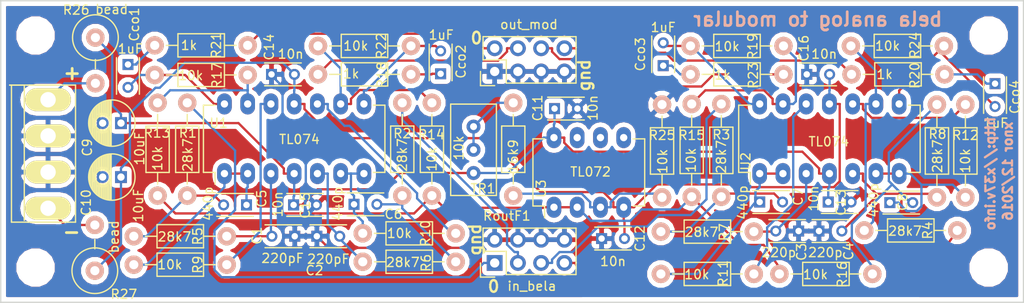
<source format=kicad_pcb>
(kicad_pcb (version 4) (host pcbnew 4.0.4+e1-6308~48~ubuntu16.04.1-stable)
  (layers (0 F.Cu signal hide) (31 B.Cu signal hide) (34 B.Paste user) (35 F.Paste user) (36 B.SilkS user) (37 F.SilkS user) (38 B.Mask user) (39 F.Mask user) (44 Edge.Cuts user))
  (net 0 "")
  (net 1 GND)
  (net 2 "Net-(C1-Pad2)")
  (net 3 "Net-(C2-Pad2)")
  (net 4 "Net-(C3-Pad2)")
  (net 5 "Net-(C4-Pad2)")
  (net 6 "Net-(C5-Pad1)")
  (net 7 "Net-(C5-Pad2)")
  (net 8 "Net-(C6-Pad1)")
  (net 9 "Net-(C6-Pad2)")
  (net 10 "Net-(C7-Pad1)")
  (net 11 "Net-(C7-Pad2)")
  (net 12 "Net-(C8-Pad1)")
  (net 13 "Net-(C8-Pad2)")
  (net 14 VCC)
  (net 15 VSS)
  (net 16 "Net-(Cco1-Pad1)")
  (net 17 "Net-(Cco1-Pad2)")
  (net 18 "Net-(Cco2-Pad1)")
  (net 19 "Net-(Cco2-Pad2)")
  (net 20 "Net-(Cco3-Pad1)")
  (net 21 "Net-(Cco3-Pad2)")
  (net 22 "Net-(Cco4-Pad1)")
  (net 23 "Net-(Cco4-Pad2)")
  (net 24 bela_aout0)
  (net 25 bela_aout1)
  (net 26 bela_aout2)
  (net 27 bela_aout3)
  (net 28 "Net-(P2-Pad1)")
  (net 29 "Net-(P2-Pad4)")
  (net 30 modular_aout0)
  (net 31 modular_aout1)
  (net 32 modular_aout2)
  (net 33 modular_aout3)
  (net 34 "Net-(R9-Pad1)")
  (net 35 "Net-(R10-Pad1)")
  (net 36 "Net-(R11-Pad1)")
  (net 37 "Net-(R12-Pad1)")
  (net 38 outputoffset)
  (net 39 "Net-(R13-Pad2)")
  (net 40 "Net-(R14-Pad2)")
  (net 41 "Net-(R15-Pad2)")
  (net 42 "Net-(R16-Pad2)")
  (net 43 "Net-(R25-Pad1)")
  (net 44 "Net-(RoutF1-Pad1)")
  (module Capacitors_ThroughHole:C_Rect_L4_W2.5_P2.5 (layer F.Cu) (at 133.731 94.361 180)
    (fp_text reference C1 (at 4.1275 0.0635 270) (layer F.SilkS))
    (fp_text value 220pF (at 1.3335 -2.413 180) (layer F.SilkS))
    (pad 1 thru_hole rect (at 0 0 180) (size 1.2 1.2) (drill 0.7) (layers *.Cu *.Mask) (net 1 GND))
    (pad 2 thru_hole circle (at 2.5 0 180) (size 1.2 1.2) (drill 0.7) (layers *.Cu *.Mask) (net 2 "Net-(C1-Pad2)"))
  )
  (module Capacitors_ThroughHole:C_Rect_L4_W2.5_P2.5 (layer F.Cu) (at 136.144 94.361)
    (fp_text reference C2 (at -0.254 3.7465 180) (layer F.SilkS))
    (fp_text value 220pF (at 1.25 2.5) (layer F.SilkS))
    (pad 1 thru_hole rect (at 0 0) (size 1.2 1.2) (drill 0.7) (layers *.Cu *.Mask) (net 1 GND))
    (pad 2 thru_hole circle (at 2.5 0) (size 1.2 1.2) (drill 0.7) (layers *.Cu *.Mask) (net 3 "Net-(C2-Pad2)"))
  )
  (module Capacitors_ThroughHole:C_Rect_L4_W2.5_P2.5 (layer F.Cu) (at 188.786 93.7895 180)
    (fp_text reference C3 (at -0.317 -2.286 270) (layer F.SilkS))
    (fp_text value 220p (at 2.1595 -2.3495 180) (layer F.SilkS))
    (pad 1 thru_hole rect (at 0 0 180) (size 1.2 1.2) (drill 0.7) (layers *.Cu *.Mask) (net 1 GND))
    (pad 2 thru_hole circle (at 2.5 0 180) (size 1.2 1.2) (drill 0.7) (layers *.Cu *.Mask) (net 4 "Net-(C3-Pad2)"))
  )
  (module Capacitors_ThroughHole:C_Rect_L4_W2.5_P2.5 (layer F.Cu) (at 191.008 93.7895)
    (fp_text reference C4 (at 3.2385 2.2225 90) (layer F.SilkS))
    (fp_text value 220p (at 0.6985 2.3495) (layer F.SilkS))
    (pad 1 thru_hole rect (at 0 0) (size 1.2 1.2) (drill 0.7) (layers *.Cu *.Mask) (net 1 GND))
    (pad 2 thru_hole circle (at 2.5 0) (size 1.2 1.2) (drill 0.7) (layers *.Cu *.Mask) (net 5 "Net-(C4-Pad2)"))
  )
  (module Capacitors_ThroughHole:C_Rect_L4_W2.5_P2.5 (layer F.Cu) (at 128.46 90.932 180)
    (fp_text reference C5 (at -1.6515 0.6985 270) (layer F.SilkS))
    (fp_text value 440p (at 4.1905 0.127 270) (layer F.SilkS))
    (pad 1 thru_hole rect (at 0 0 180) (size 1.2 1.2) (drill 0.7) (layers *.Cu *.Mask) (net 6 "Net-(C5-Pad1)"))
    (pad 2 thru_hole circle (at 2.5 0 180) (size 1.2 1.2) (drill 0.7) (layers *.Cu *.Mask) (net 7 "Net-(C5-Pad2)"))
  )
  (module Capacitors_ThroughHole:C_Rect_L4_W2.5_P2.5 (layer F.Cu) (at 140.208 90.8685)
    (fp_text reference C6 (at 4.318 1.0795) (layer F.SilkS))
    (fp_text value 440p (at -1.778 -0.0635 90) (layer F.SilkS))
    (pad 1 thru_hole rect (at 0 0) (size 1.2 1.2) (drill 0.7) (layers *.Cu *.Mask) (net 8 "Net-(C6-Pad1)"))
    (pad 2 thru_hole circle (at 2.5 0) (size 1.2 1.2) (drill 0.7) (layers *.Cu *.Mask) (net 9 "Net-(C6-Pad2)"))
  )
  (module Capacitors_ThroughHole:C_Rect_L4_W2.5_P2.5 (layer F.Cu) (at 184.531 90.6145)
    (fp_text reference C7 (at 4.191 -0.5715 90) (layer F.SilkS))
    (fp_text value 440p (at -1.8415 0.0635 90) (layer F.SilkS))
    (pad 1 thru_hole rect (at 0 0) (size 1.2 1.2) (drill 0.7) (layers *.Cu *.Mask) (net 10 "Net-(C7-Pad1)"))
    (pad 2 thru_hole circle (at 2.5 0) (size 1.2 1.2) (drill 0.7) (layers *.Cu *.Mask) (net 11 "Net-(C7-Pad2)"))
  )
  (module Capacitors_ThroughHole:C_Rect_L4_W2.5_P2.5 (layer F.Cu) (at 198.755 90.678)
    (fp_text reference C8 (at 1.397 -0.0635 90) (layer F.SilkS))
    (fp_text value 440p (at -1.778 -0.254 90) (layer F.SilkS))
    (pad 1 thru_hole rect (at 0 0) (size 1.2 1.2) (drill 0.7) (layers *.Cu *.Mask) (net 12 "Net-(C8-Pad1)"))
    (pad 2 thru_hole circle (at 2.5 0) (size 1.2 1.2) (drill 0.7) (layers *.Cu *.Mask) (net 13 "Net-(C8-Pad2)"))
  )
  (module Capacitors_ThroughHole:C_Radial_D5_L11_P2 (layer F.Cu) (at 114.744 81.9785 180)
    (fp_text reference C9 (at 3.6825 -2.667 270) (layer F.SilkS))
    (fp_text value 10uF (at -2.0325 -2.794 270) (layer F.SilkS))
    (pad 1 thru_hole rect (at 0 0 180) (size 1.3 1.3) (drill 0.8) (layers *.Cu *.Mask) (net 14 VCC))
    (pad 2 thru_hole circle (at 2 0 180) (size 1.3 1.3) (drill 0.8) (layers *.Cu *.Mask) (net 1 GND))
  )
  (module Capacitors_ThroughHole:C_Radial_D5_L11_P2 (layer F.Cu) (at 114.744 87.884 180)
    (fp_text reference C10 (at 3.8095 -2.794 270) (layer F.SilkS))
    (fp_text value 10uF (at -1.9055 -3.1115 270) (layer F.SilkS))
    (pad 1 thru_hole rect (at 0 0 180) (size 1.3 1.3) (drill 0.8) (layers *.Cu *.Mask) (net 15 VSS))
    (pad 2 thru_hole circle (at 2 0 180) (size 1.3 1.3) (drill 0.8) (layers *.Cu *.Mask) (net 1 GND))
  )
  (module Capacitors_ThroughHole:C_Rect_L4_W2.5_P2.5 (layer F.Cu) (at 162.116 80.391)
    (fp_text reference C11 (at -1.842 -0.0635 90) (layer F.SilkS))
    (fp_text value 10n (at 4.1905 -0.0635 90) (layer F.SilkS))
    (pad 1 thru_hole rect (at 0 0) (size 1.2 1.2) (drill 0.7) (layers *.Cu *.Mask) (net 14 VCC))
    (pad 2 thru_hole circle (at 2.5 0) (size 1.2 1.2) (drill 0.7) (layers *.Cu *.Mask) (net 1 GND))
  )
  (module Capacitors_ThroughHole:C_Rect_L4_W2.5_P2.5 (layer F.Cu) (at 167.259 94.615)
    (fp_text reference C12 (at 4.191 0 90) (layer F.SilkS))
    (fp_text value 10n (at 1.25 2.5) (layer F.SilkS))
    (pad 1 thru_hole rect (at 0 0) (size 1.2 1.2) (drill 0.7) (layers *.Cu *.Mask) (net 1 GND))
    (pad 2 thru_hole circle (at 2.5 0) (size 1.2 1.2) (drill 0.7) (layers *.Cu *.Mask) (net 15 VSS))
  )
  (module Capacitors_ThroughHole:C_Rect_L4_W2.5_P2.5 (layer F.Cu) (at 192.024 90.6145)
    (fp_text reference C13 (at 1.397 0.0635 90) (layer F.SilkS))
    (fp_text value 10n (at -1.5875 -0.381 90) (layer F.SilkS))
    (pad 1 thru_hole rect (at 0 0) (size 1.2 1.2) (drill 0.7) (layers *.Cu *.Mask) (net 14 VCC))
    (pad 2 thru_hole circle (at 2.5 0) (size 1.2 1.2) (drill 0.7) (layers *.Cu *.Mask) (net 1 GND))
  )
  (module Capacitors_ThroughHole:C_Rect_L4_W2.5_P2.5 (layer F.Cu) (at 131.191 76.6445)
    (fp_text reference C14 (at -0.254 -2.9845 90) (layer F.SilkS))
    (fp_text value 10n (at 2.0955 -2.2225 180) (layer F.SilkS))
    (pad 1 thru_hole rect (at 0 0) (size 1.2 1.2) (drill 0.7) (layers *.Cu *.Mask) (net 1 GND))
    (pad 2 thru_hole circle (at 2.5 0) (size 1.2 1.2) (drill 0.7) (layers *.Cu *.Mask) (net 15 VSS))
  )
  (module Capacitors_ThroughHole:C_Rect_L4_W2.5_P2.5 (layer F.Cu) (at 133.604 90.932)
    (fp_text reference C15 (at 1.27 0.0635 90) (layer F.SilkS))
    (fp_text value 10n (at -1.7145 -0.0635 90) (layer F.SilkS))
    (pad 1 thru_hole rect (at 0 0) (size 1.2 1.2) (drill 0.7) (layers *.Cu *.Mask) (net 14 VCC))
    (pad 2 thru_hole circle (at 2.5 0) (size 1.2 1.2) (drill 0.7) (layers *.Cu *.Mask) (net 1 GND))
  )
  (module Capacitors_ThroughHole:C_Rect_L4_W2.5_P2.5 (layer F.Cu) (at 189.674 76.6445)
    (fp_text reference C16 (at -0.317 -2.8575 90) (layer F.SilkS))
    (fp_text value 10n (at 1.9055 -2.2225) (layer F.SilkS))
    (pad 1 thru_hole rect (at 0 0) (size 1.2 1.2) (drill 0.7) (layers *.Cu *.Mask) (net 1 GND))
    (pad 2 thru_hole circle (at 2.5 0) (size 1.2 1.2) (drill 0.7) (layers *.Cu *.Mask) (net 15 VSS))
  )
  (module Capacitors_ThroughHole:C_Rect_L4_W2.5_P2.5 (layer F.Cu) (at 115.506 75.565 270)
    (fp_text reference Cco1 (at -4.3815 -0.699 270) (layer F.SilkS))
    (fp_text value 1uF (at -1.7145 -0.2545 360) (layer F.SilkS))
    (pad 1 thru_hole rect (at 0 0 270) (size 1.2 1.2) (drill 0.7) (layers *.Cu *.Mask) (net 16 "Net-(Cco1-Pad1)"))
    (pad 2 thru_hole circle (at 2.5 0 270) (size 1.2 1.2) (drill 0.7) (layers *.Cu *.Mask) (net 17 "Net-(Cco1-Pad2)"))
  )
  (module Capacitors_ThroughHole:C_Rect_L4_W2.5_P2.5 (layer F.Cu) (at 149.67 76.581 90)
    (fp_text reference Cco2 (at 1.3335 2.222 90) (layer F.SilkS))
    (fp_text value 1uF (at 4.2545 0.063 180) (layer F.SilkS))
    (pad 1 thru_hole rect (at 0 0 90) (size 1.2 1.2) (drill 0.7) (layers *.Cu *.Mask) (net 18 "Net-(Cco2-Pad1)"))
    (pad 2 thru_hole circle (at 2.5 0 90) (size 1.2 1.2) (drill 0.7) (layers *.Cu *.Mask) (net 19 "Net-(Cco2-Pad2)"))
  )
  (module Capacitors_ThroughHole:C_Rect_L4_W2.5_P2.5 (layer F.Cu) (at 173.99 75.692 90)
    (fp_text reference Cco3 (at 1.25 -2.5 90) (layer F.SilkS))
    (fp_text value 1uF (at 4.191 0 180) (layer F.SilkS))
    (pad 1 thru_hole rect (at 0 0 90) (size 1.2 1.2) (drill 0.7) (layers *.Cu *.Mask) (net 20 "Net-(Cco3-Pad1)"))
    (pad 2 thru_hole circle (at 2.5 0 90) (size 1.2 1.2) (drill 0.7) (layers *.Cu *.Mask) (net 21 "Net-(Cco3-Pad2)"))
  )
  (module Capacitors_ThroughHole:C_Rect_L4_W2.5_P2.5 (layer F.Cu) (at 210.248 77.6605 270)
    (fp_text reference Cco4 (at 1.4605 -2.1595 270) (layer F.SilkS))
    (fp_text value 1uF (at 4.318 -0.064 360) (layer F.SilkS))
    (pad 1 thru_hole rect (at 0 0 270) (size 1.2 1.2) (drill 0.7) (layers *.Cu *.Mask) (net 22 "Net-(Cco4-Pad1)"))
    (pad 2 thru_hole circle (at 2.5 0 270) (size 1.2 1.2) (drill 0.7) (layers *.Cu *.Mask) (net 23 "Net-(Cco4-Pad2)"))
  )
  (module Pin_Headers:Pin_Header_Straight_2x04 (layer F.Cu) (at 155.575 97.282 90)
    (fp_text reference P1 hide)
    (fp_text value in_bela (at -2.54 4.064 180) (layer F.SilkS))
    (pad 1 thru_hole rect (at 0 0 90) (size 1.7272 1.7272) (drill 1.016) (layers *.Cu *.Mask) (net 24 bela_aout0))
    (pad 2 thru_hole oval (at 2.54 0 90) (size 1.7272 1.7272) (drill 1.016) (layers *.Cu *.Mask) (net 1 GND))
    (pad 3 thru_hole oval (at 0 2.54 90) (size 1.7272 1.7272) (drill 1.016) (layers *.Cu *.Mask) (net 25 bela_aout1))
    (pad 4 thru_hole oval (at 2.54 2.54 90) (size 1.7272 1.7272) (drill 1.016) (layers *.Cu *.Mask) (net 1 GND))
    (pad 5 thru_hole oval (at 0 5.08 90) (size 1.7272 1.7272) (drill 1.016) (layers *.Cu *.Mask) (net 26 bela_aout2))
    (pad 6 thru_hole oval (at 2.54 5.08 90) (size 1.7272 1.7272) (drill 1.016) (layers *.Cu *.Mask) (net 1 GND))
    (pad 7 thru_hole oval (at 0 7.62 90) (size 1.7272 1.7272) (drill 1.016) (layers *.Cu *.Mask) (net 27 bela_aout3))
    (pad 8 thru_hole oval (at 2.54 7.62 90) (size 1.7272 1.7272) (drill 1.016) (layers *.Cu *.Mask) (net 1 GND))
  )
  (module mta-156:MTA-156-4 (layer F.Cu) (at 106.778 79.4175)
    (fp_text reference P2 hide)
    (fp_text value MTA-156-4 hide)
    (pad 1 thru_hole oval (at 0 0) (size 5 2.5) (drill 1.68) (layers *.Cu *.Mask F.SilkS) (net 28 "Net-(P2-Pad1)"))
    (pad 2 thru_hole oval (at 0 3.96) (size 5 2.5) (drill 1.68) (layers *.Cu *.Mask F.SilkS) (net 1 GND))
    (pad 3 thru_hole oval (at 0 7.92) (size 5 2.5) (drill 1.68) (layers *.Cu *.Mask F.SilkS) (net 1 GND))
    (pad 4 thru_hole oval (at 0 11.88) (size 5 2.5) (drill 1.68) (layers *.Cu *.Mask F.SilkS) (net 29 "Net-(P2-Pad4)"))
  )
  (module Pin_Headers:Pin_Header_Straight_2x04 (layer F.Cu) (at 155.575 76.327 90)
    (fp_text reference P3 hide)
    (fp_text value out_mod (at 5.1435 3.7465 180) (layer F.SilkS))
    (pad 1 thru_hole rect (at 0 0 90) (size 1.7272 1.7272) (drill 1.016) (layers *.Cu *.Mask) (net 1 GND))
    (pad 2 thru_hole oval (at 2.54 0 90) (size 1.7272 1.7272) (drill 1.016) (layers *.Cu *.Mask) (net 30 modular_aout0))
    (pad 3 thru_hole oval (at 0 2.54 90) (size 1.7272 1.7272) (drill 1.016) (layers *.Cu *.Mask) (net 1 GND))
    (pad 4 thru_hole oval (at 2.54 2.54 90) (size 1.7272 1.7272) (drill 1.016) (layers *.Cu *.Mask) (net 31 modular_aout1))
    (pad 5 thru_hole oval (at 0 5.08 90) (size 1.7272 1.7272) (drill 1.016) (layers *.Cu *.Mask) (net 1 GND))
    (pad 6 thru_hole oval (at 2.54 5.08 90) (size 1.7272 1.7272) (drill 1.016) (layers *.Cu *.Mask) (net 32 modular_aout2))
    (pad 7 thru_hole oval (at 0 7.62 90) (size 1.7272 1.7272) (drill 1.016) (layers *.Cu *.Mask) (net 1 GND))
    (pad 8 thru_hole oval (at 2.54 7.62 90) (size 1.7272 1.7272) (drill 1.016) (layers *.Cu *.Mask) (net 33 modular_aout3))
  )
  (module trim:trimmer (layer F.Cu) (at 155.766 84.8995 90)
    (fp_text reference TR1 (at -4.2545 -1.461 180) (layer F.SilkS))
    (fp_text value 10k (at 0.2 -4.1 90) (layer F.SilkS))
    (pad 1 thru_hole circle (at -2.54 -2.5 90) (size 1.524 1.524) (drill 0.762) (layers *.Cu *.Mask) (net 14 VCC))
    (pad 2 thru_hole circle (at 0 -2.5 90) (size 1.524 1.524) (drill 0.762) (layers *.Cu *.Mask) (net 44 "Net-(RoutF1-Pad1)"))
    (pad 3 thru_hole circle (at 2.54 -2.5 90) (size 1.524 1.524) (drill 0.762) (layers *.Cu *.Mask) (net 44 "Net-(RoutF1-Pad1)"))
  )
  (module Housings_DIP:DIP-14_W7.62mm_LongPads (layer F.Cu) (at 126.048 87.503 90)
    (fp_text reference U1 (at 5.5245 -0.6355 180) (layer F.SilkS))
    (fp_text value TL074 (at 3.7465 8.191 180) (layer F.SilkS))
    (pad 1 thru_hole oval (at 0 0 90) (size 2.3 1.6) (drill 0.8) (layers *.Cu *.Mask) (net 6 "Net-(C5-Pad1)"))
    (pad 2 thru_hole oval (at 0 2.54 90) (size 2.3 1.6) (drill 0.8) (layers *.Cu *.Mask) (net 6 "Net-(C5-Pad1)"))
    (pad 3 thru_hole oval (at 0 5.08 90) (size 2.3 1.6) (drill 0.8) (layers *.Cu *.Mask) (net 2 "Net-(C1-Pad2)"))
    (pad 4 thru_hole oval (at 0 7.62 90) (size 2.3 1.6) (drill 0.8) (layers *.Cu *.Mask) (net 14 VCC))
    (pad 5 thru_hole oval (at 0 10.16 90) (size 2.3 1.6) (drill 0.8) (layers *.Cu *.Mask) (net 3 "Net-(C2-Pad2)"))
    (pad 6 thru_hole oval (at 0 12.7 90) (size 2.3 1.6) (drill 0.8) (layers *.Cu *.Mask) (net 8 "Net-(C6-Pad1)"))
    (pad 7 thru_hole oval (at 0 15.24 90) (size 2.3 1.6) (drill 0.8) (layers *.Cu *.Mask) (net 8 "Net-(C6-Pad1)"))
    (pad 8 thru_hole oval (at 7.62 15.24 90) (size 2.3 1.6) (drill 0.8) (layers *.Cu *.Mask) (net 19 "Net-(Cco2-Pad2)"))
    (pad 9 thru_hole oval (at 7.62 12.7 90) (size 2.3 1.6) (drill 0.8) (layers *.Cu *.Mask) (net 40 "Net-(R14-Pad2)"))
    (pad 10 thru_hole oval (at 7.62 10.16 90) (size 2.3 1.6) (drill 0.8) (layers *.Cu *.Mask) (net 35 "Net-(R10-Pad1)"))
    (pad 11 thru_hole oval (at 7.62 7.62 90) (size 2.3 1.6) (drill 0.8) (layers *.Cu *.Mask) (net 15 VSS))
    (pad 12 thru_hole oval (at 7.62 5.08 90) (size 2.3 1.6) (drill 0.8) (layers *.Cu *.Mask) (net 34 "Net-(R9-Pad1)"))
    (pad 13 thru_hole oval (at 7.62 2.54 90) (size 2.3 1.6) (drill 0.8) (layers *.Cu *.Mask) (net 39 "Net-(R13-Pad2)"))
    (pad 14 thru_hole oval (at 7.62 0 90) (size 2.3 1.6) (drill 0.8) (layers *.Cu *.Mask) (net 17 "Net-(Cco1-Pad2)"))
  )
  (module Housings_DIP:DIP-14_W7.62mm_LongPads (layer F.Cu) (at 184.531 87.503 90)
    (fp_text reference U2 (at 1.3335 -1.524 90) (layer F.SilkS))
    (fp_text value TL074 (at 3.4925 7.5565 180) (layer F.SilkS))
    (pad 1 thru_hole oval (at 0 0 90) (size 2.3 1.6) (drill 0.8) (layers *.Cu *.Mask) (net 10 "Net-(C7-Pad1)"))
    (pad 2 thru_hole oval (at 0 2.54 90) (size 2.3 1.6) (drill 0.8) (layers *.Cu *.Mask) (net 10 "Net-(C7-Pad1)"))
    (pad 3 thru_hole oval (at 0 5.08 90) (size 2.3 1.6) (drill 0.8) (layers *.Cu *.Mask) (net 4 "Net-(C3-Pad2)"))
    (pad 4 thru_hole oval (at 0 7.62 90) (size 2.3 1.6) (drill 0.8) (layers *.Cu *.Mask) (net 14 VCC))
    (pad 5 thru_hole oval (at 0 10.16 90) (size 2.3 1.6) (drill 0.8) (layers *.Cu *.Mask) (net 5 "Net-(C4-Pad2)"))
    (pad 6 thru_hole oval (at 0 12.7 90) (size 2.3 1.6) (drill 0.8) (layers *.Cu *.Mask) (net 12 "Net-(C8-Pad1)"))
    (pad 7 thru_hole oval (at 0 15.24 90) (size 2.3 1.6) (drill 0.8) (layers *.Cu *.Mask) (net 12 "Net-(C8-Pad1)"))
    (pad 8 thru_hole oval (at 7.62 15.24 90) (size 2.3 1.6) (drill 0.8) (layers *.Cu *.Mask) (net 23 "Net-(Cco4-Pad2)"))
    (pad 9 thru_hole oval (at 7.62 12.7 90) (size 2.3 1.6) (drill 0.8) (layers *.Cu *.Mask) (net 42 "Net-(R16-Pad2)"))
    (pad 10 thru_hole oval (at 7.62 10.16 90) (size 2.3 1.6) (drill 0.8) (layers *.Cu *.Mask) (net 37 "Net-(R12-Pad1)"))
    (pad 11 thru_hole oval (at 7.62 7.62 90) (size 2.3 1.6) (drill 0.8) (layers *.Cu *.Mask) (net 15 VSS))
    (pad 12 thru_hole oval (at 7.62 5.08 90) (size 2.3 1.6) (drill 0.8) (layers *.Cu *.Mask) (net 36 "Net-(R11-Pad1)"))
    (pad 13 thru_hole oval (at 7.62 2.54 90) (size 2.3 1.6) (drill 0.8) (layers *.Cu *.Mask) (net 41 "Net-(R15-Pad2)"))
    (pad 14 thru_hole oval (at 7.62 0 90) (size 2.3 1.6) (drill 0.8) (layers *.Cu *.Mask) (net 21 "Net-(Cco3-Pad2)"))
  )
  (module Housings_DIP:DIP-8_W7.62mm_LongPads (layer F.Cu) (at 162.052 91.186 90)
    (fp_text reference U3 (at 2.032 -1.397 90) (layer F.SilkS))
    (fp_text value TL072 (at 3.8735 4.0005 180) (layer F.SilkS))
    (pad 1 thru_hole oval (at 0 0 90) (size 2.3 1.6) (drill 0.8) (layers *.Cu *.Mask) (net 38 outputoffset))
    (pad 2 thru_hole oval (at 0 2.54 90) (size 2.3 1.6) (drill 0.8) (layers *.Cu *.Mask) (net 38 outputoffset))
    (pad 3 thru_hole oval (at 0 5.08 90) (size 2.3 1.6) (drill 0.8) (layers *.Cu *.Mask) (net 43 "Net-(R25-Pad1)"))
    (pad 4 thru_hole oval (at 0 7.62 90) (size 2.3 1.6) (drill 0.8) (layers *.Cu *.Mask) (net 15 VSS))
    (pad 5 thru_hole oval (at 7.62 7.62 90) (size 2.3 1.6) (drill 0.8) (layers *.Cu *.Mask))
    (pad 6 thru_hole oval (at 7.62 5.08 90) (size 2.3 1.6) (drill 0.8) (layers *.Cu *.Mask))
    (pad 7 thru_hole oval (at 7.62 2.54 90) (size 2.3 1.6) (drill 0.8) (layers *.Cu *.Mask))
    (pad 8 thru_hole oval (at 7.62 0 90) (size 2.3 1.6) (drill 0.8) (layers *.Cu *.Mask) (net 14 VCC))
  )
  (module Mounting_Holes:MountingHole_3.2mm_M3 (layer F.Cu) (at 209.55 72.39)
    (fp_text reference REF4 hide)
    (fp_text value MountingHole_3.2mm_M3 hide)
    (pad 1 np_thru_hole circle (at 0 0) (size 3.2 3.2) (drill 3.2) (layers *.Cu *.Mask))
  )
  (module Mounting_Holes:MountingHole_3.2mm_M3 (layer F.Cu) (at 209.55 97.79)
    (fp_text reference REF3 hide)
    (fp_text value MountingHole_3.2mm_M3 hide)
    (pad 1 np_thru_hole circle (at 0 0) (size 3.2 3.2) (drill 3.2) (layers *.Cu *.Mask))
  )
  (module Mounting_Holes:MountingHole_3.2mm_M3 (layer F.Cu) (at 105.41 72.39)
    (fp_text reference REF2 hide)
    (fp_text value MountingHole_3.2mm_M3 hide)
    (pad 1 np_thru_hole circle (at 0 0) (size 3.2 3.2) (drill 3.2) (layers *.Cu *.Mask))
  )
  (module Mounting_Holes:MountingHole_3.2mm_M3 (layer F.Cu) (at 105.41 97.79)
    (fp_text reference REF1 hide)
    (fp_text value MountingHole_3.2mm_M3 hide)
    (pad 1 np_thru_hole circle (at 0 0) (size 3.2 3.2) (drill 3.2) (layers *.Cu *.Mask))
  )
  (module Resistors_ThroughHole:Resistor_Horizontal_RM10mm (layer F.Cu) (at 121.984 89.916 90)
    (fp_text reference R1 (at 6.858 0.063 180) (layer F.SilkS))
    (fp_text value 28k7 (at 4.445 0.063 90) (layer F.SilkS))
    (pad 1 thru_hole circle (at 0 0 90) (size 1.99898 1.99898) (drill 1.00076) (layers *.Cu *.SilkS *.Mask) (net 7 "Net-(C5-Pad2)"))
    (pad 2 thru_hole circle (at 10.16 0 90) (size 1.99898 1.99898) (drill 1.00076) (layers *.Cu *.SilkS *.Mask) (net 24 bela_aout0))
  )
  (module Resistors_ThroughHole:Resistor_Horizontal_RM10mm (layer F.Cu) (at 145.478 89.916 90)
    (fp_text reference R2 (at 6.7945 0.0005 180) (layer F.SilkS))
    (fp_text value 28k7 (at 4.445 0.0005 90) (layer F.SilkS))
    (pad 1 thru_hole circle (at 0 0 90) (size 1.99898 1.99898) (drill 1.00076) (layers *.Cu *.SilkS *.Mask) (net 9 "Net-(C6-Pad2)"))
    (pad 2 thru_hole circle (at 10.16 0 90) (size 1.99898 1.99898) (drill 1.00076) (layers *.Cu *.SilkS *.Mask) (net 25 bela_aout1))
  )
  (module Resistors_ThroughHole:Resistor_Horizontal_RM10mm (layer F.Cu) (at 180.34 90.043 90)
    (fp_text reference R3 (at 6.7945 0 180) (layer F.SilkS))
    (fp_text value 28k7 (at 4.3815 0 90) (layer F.SilkS))
    (pad 1 thru_hole circle (at 0 0 90) (size 1.99898 1.99898) (drill 1.00076) (layers *.Cu *.SilkS *.Mask) (net 11 "Net-(C7-Pad2)"))
    (pad 2 thru_hole circle (at 10.16 0 90) (size 1.99898 1.99898) (drill 1.00076) (layers *.Cu *.SilkS *.Mask) (net 26 bela_aout2))
  )
  (module Resistors_ThroughHole:Resistor_Horizontal_RM10mm (layer F.Cu) (at 195.961 93.726)
    (fp_text reference R4 (at 6.9215 0 90) (layer F.SilkS))
    (fp_text value 28k7 (at 4.445 0.0635) (layer F.SilkS))
    (pad 1 thru_hole circle (at 0 0) (size 1.99898 1.99898) (drill 1.00076) (layers *.Cu *.SilkS *.Mask) (net 13 "Net-(C8-Pad2)"))
    (pad 2 thru_hole circle (at 10.16 0) (size 1.99898 1.99898) (drill 1.00076) (layers *.Cu *.SilkS *.Mask) (net 27 bela_aout3))
  )
  (module Resistors_ThroughHole:Resistor_Horizontal_RM10mm (layer F.Cu) (at 126.302 94.361 180)
    (fp_text reference R5 (at 3.1755 0 270) (layer F.SilkS))
    (fp_text value 28k7 (at 5.7155 -0.0635 180) (layer F.SilkS))
    (pad 1 thru_hole circle (at 0 0 180) (size 1.99898 1.99898) (drill 1.00076) (layers *.Cu *.SilkS *.Mask) (net 2 "Net-(C1-Pad2)"))
    (pad 2 thru_hole circle (at 10.16 0 180) (size 1.99898 1.99898) (drill 1.00076) (layers *.Cu *.SilkS *.Mask) (net 7 "Net-(C5-Pad2)"))
  )
  (module Resistors_ThroughHole:Resistor_Horizontal_RM10mm (layer F.Cu) (at 141.16 97.155)
    (fp_text reference R6 (at 6.922 0.127 90) (layer F.SilkS))
    (fp_text value 28k7 (at 4.382 0.0635) (layer F.SilkS))
    (pad 1 thru_hole circle (at 0 0) (size 1.99898 1.99898) (drill 1.00076) (layers *.Cu *.SilkS *.Mask) (net 3 "Net-(C2-Pad2)"))
    (pad 2 thru_hole circle (at 10.16 0) (size 1.99898 1.99898) (drill 1.00076) (layers *.Cu *.SilkS *.Mask) (net 9 "Net-(C6-Pad2)"))
  )
  (module Resistors_ThroughHole:Resistor_Horizontal_RM10mm (layer F.Cu) (at 183.896 93.853 180)
    (fp_text reference R7 (at 3.2385 -0.0635 270) (layer F.SilkS))
    (fp_text value 28k7 (at 5.715 -0.0635 180) (layer F.SilkS))
    (pad 1 thru_hole circle (at 0 0 180) (size 1.99898 1.99898) (drill 1.00076) (layers *.Cu *.SilkS *.Mask) (net 4 "Net-(C3-Pad2)"))
    (pad 2 thru_hole circle (at 10.16 0 180) (size 1.99898 1.99898) (drill 1.00076) (layers *.Cu *.SilkS *.Mask) (net 11 "Net-(C7-Pad2)"))
  )
  (module Resistors_ThroughHole:Resistor_Horizontal_RM10mm (layer F.Cu) (at 203.898 90.1065 90)
    (fp_text reference R8 (at 6.9215 0.064 180) (layer F.SilkS))
    (fp_text value 28k7 (at 4.5085 0.064 90) (layer F.SilkS))
    (pad 1 thru_hole circle (at 0 0 90) (size 1.99898 1.99898) (drill 1.00076) (layers *.Cu *.SilkS *.Mask) (net 5 "Net-(C4-Pad2)"))
    (pad 2 thru_hole circle (at 10.16 0 90) (size 1.99898 1.99898) (drill 1.00076) (layers *.Cu *.SilkS *.Mask) (net 13 "Net-(C8-Pad2)"))
  )
  (module Resistors_ThroughHole:Resistor_Horizontal_RM10mm (layer F.Cu) (at 126.302 97.4725 180)
    (fp_text reference R9 (at 3.1755 0 270) (layer F.SilkS))
    (fp_text value 10k (at 6.2235 0 180) (layer F.SilkS))
    (pad 1 thru_hole circle (at 0 0 180) (size 1.99898 1.99898) (drill 1.00076) (layers *.Cu *.SilkS *.Mask) (net 34 "Net-(R9-Pad1)"))
    (pad 2 thru_hole circle (at 10.16 0 180) (size 1.99898 1.99898) (drill 1.00076) (layers *.Cu *.SilkS *.Mask) (net 6 "Net-(C5-Pad1)"))
  )
  (module Resistors_ThroughHole:Resistor_Horizontal_RM10mm (layer F.Cu) (at 151.32 94.0435 180)
    (fp_text reference R10 (at 3.3015 0 270) (layer F.SilkS))
    (fp_text value 10k (at 6.159 0 180) (layer F.SilkS))
    (pad 1 thru_hole circle (at 0 0 180) (size 1.99898 1.99898) (drill 1.00076) (layers *.Cu *.SilkS *.Mask) (net 35 "Net-(R10-Pad1)"))
    (pad 2 thru_hole circle (at 10.16 0 180) (size 1.99898 1.99898) (drill 1.00076) (layers *.Cu *.SilkS *.Mask) (net 8 "Net-(C6-Pad1)"))
  )
  (module Resistors_ThroughHole:Resistor_Horizontal_RM10mm (layer F.Cu) (at 183.896 98.4885 180)
    (fp_text reference R11 (at 3.3655 0.0635 270) (layer F.SilkS))
    (fp_text value 10k (at 6.223 -0.0635 180) (layer F.SilkS))
    (pad 1 thru_hole circle (at 0 0 180) (size 1.99898 1.99898) (drill 1.00076) (layers *.Cu *.SilkS *.Mask) (net 36 "Net-(R11-Pad1)"))
    (pad 2 thru_hole circle (at 10.16 0 180) (size 1.99898 1.99898) (drill 1.00076) (layers *.Cu *.SilkS *.Mask) (net 10 "Net-(C7-Pad1)"))
  )
  (module Resistors_ThroughHole:Resistor_Horizontal_RM10mm (layer F.Cu) (at 207.01 79.9465 270)
    (fp_text reference R12 (at 3.3655 0 360) (layer F.SilkS))
    (fp_text value 10k (at 6.1595 0 270) (layer F.SilkS))
    (pad 1 thru_hole circle (at 0 0 270) (size 1.99898 1.99898) (drill 1.00076) (layers *.Cu *.SilkS *.Mask) (net 37 "Net-(R12-Pad1)"))
    (pad 2 thru_hole circle (at 10.16 0 270) (size 1.99898 1.99898) (drill 1.00076) (layers *.Cu *.SilkS *.Mask) (net 12 "Net-(C8-Pad1)"))
  )
  (module Resistors_ThroughHole:Resistor_Horizontal_RM10mm (layer F.Cu) (at 118.745 89.916 90)
    (fp_text reference R13 (at 6.858 -0.0635 180) (layer F.SilkS))
    (fp_text value 10k (at 4.064 0 90) (layer F.SilkS))
    (pad 1 thru_hole circle (at 0 0 90) (size 1.99898 1.99898) (drill 1.00076) (layers *.Cu *.SilkS *.Mask) (net 38 outputoffset))
    (pad 2 thru_hole circle (at 10.16 0 90) (size 1.99898 1.99898) (drill 1.00076) (layers *.Cu *.SilkS *.Mask) (net 39 "Net-(R13-Pad2)"))
  )
  (module Resistors_ThroughHole:Resistor_Horizontal_RM10mm (layer F.Cu) (at 148.717 89.916 90)
    (fp_text reference R14 (at 6.6675 -0.0635 180) (layer F.SilkS))
    (fp_text value 10k (at 4.0005 0 90) (layer F.SilkS))
    (pad 1 thru_hole circle (at 0 0 90) (size 1.99898 1.99898) (drill 1.00076) (layers *.Cu *.SilkS *.Mask) (net 38 outputoffset))
    (pad 2 thru_hole circle (at 10.16 0 90) (size 1.99898 1.99898) (drill 1.00076) (layers *.Cu *.SilkS *.Mask) (net 40 "Net-(R14-Pad2)"))
  )
  (module Resistors_ThroughHole:Resistor_Horizontal_RM10mm (layer F.Cu) (at 177.102 90.043 90)
    (fp_text reference R15 (at 6.731 -0.0005 180) (layer F.SilkS))
    (fp_text value 10k (at 4.0005 -0.064 90) (layer F.SilkS))
    (pad 1 thru_hole circle (at 0 0 90) (size 1.99898 1.99898) (drill 1.00076) (layers *.Cu *.SilkS *.Mask) (net 38 outputoffset))
    (pad 2 thru_hole circle (at 10.16 0 90) (size 1.99898 1.99898) (drill 1.00076) (layers *.Cu *.SilkS *.Mask) (net 41 "Net-(R15-Pad2)"))
  )
  (module Resistors_ThroughHole:Resistor_Horizontal_RM10mm (layer F.Cu) (at 186.69 98.4885)
    (fp_text reference R16 (at 6.858 0.0635 90) (layer F.SilkS))
    (fp_text value 10k (at 3.937 0.0635) (layer F.SilkS))
    (pad 1 thru_hole circle (at 0 0) (size 1.99898 1.99898) (drill 1.00076) (layers *.Cu *.SilkS *.Mask) (net 38 outputoffset))
    (pad 2 thru_hole circle (at 10.16 0) (size 1.99898 1.99898) (drill 1.00076) (layers *.Cu *.SilkS *.Mask) (net 42 "Net-(R16-Pad2)"))
  )
  (module Resistors_ThroughHole:Resistor_Horizontal_RM10mm (layer F.Cu) (at 118.428 76.708)
    (fp_text reference R17 (at 6.794 0.0635 90) (layer F.SilkS))
    (fp_text value 10k (at 3.9365 0.0635 180) (layer F.SilkS))
    (pad 1 thru_hole circle (at 0 0) (size 1.99898 1.99898) (drill 1.00076) (layers *.Cu *.SilkS *.Mask) (net 17 "Net-(Cco1-Pad2)"))
    (pad 2 thru_hole circle (at 10.16 0) (size 1.99898 1.99898) (drill 1.00076) (layers *.Cu *.SilkS *.Mask) (net 39 "Net-(R13-Pad2)"))
  )
  (module Resistors_ThroughHole:Resistor_Horizontal_RM10mm (layer F.Cu) (at 146.431 73.533 180)
    (fp_text reference R18 (at 3.175 -3.175 270) (layer F.SilkS))
    (fp_text value 10k (at 6.0325 0 180) (layer F.SilkS))
    (pad 1 thru_hole circle (at 0 0 180) (size 1.99898 1.99898) (drill 1.00076) (layers *.Cu *.SilkS *.Mask) (net 19 "Net-(Cco2-Pad2)"))
    (pad 2 thru_hole circle (at 10.16 0 180) (size 1.99898 1.99898) (drill 1.00076) (layers *.Cu *.SilkS *.Mask) (net 40 "Net-(R14-Pad2)"))
  )
  (module Resistors_ThroughHole:Resistor_Horizontal_RM10mm (layer F.Cu) (at 176.974 73.533)
    (fp_text reference R19 (at 6.795 0.0635 90) (layer F.SilkS))
    (fp_text value 10k (at 4.001 0.0635) (layer F.SilkS))
    (pad 1 thru_hole circle (at 0 0) (size 1.99898 1.99898) (drill 1.00076) (layers *.Cu *.SilkS *.Mask) (net 21 "Net-(Cco3-Pad2)"))
    (pad 2 thru_hole circle (at 10.16 0) (size 1.99898 1.99898) (drill 1.00076) (layers *.Cu *.SilkS *.Mask) (net 41 "Net-(R15-Pad2)"))
  )
  (module Resistors_ThroughHole:Resistor_Horizontal_RM10mm (layer F.Cu) (at 204.66 73.533 180)
    (fp_text reference R20 (at 3.1745 -3.2385 270) (layer F.SilkS))
    (fp_text value 10k (at 6.159 0 180) (layer F.SilkS))
    (pad 1 thru_hole circle (at 0 0 180) (size 1.99898 1.99898) (drill 1.00076) (layers *.Cu *.SilkS *.Mask) (net 23 "Net-(Cco4-Pad2)"))
    (pad 2 thru_hole circle (at 10.16 0 180) (size 1.99898 1.99898) (drill 1.00076) (layers *.Cu *.SilkS *.Mask) (net 42 "Net-(R16-Pad2)"))
  )
  (module Resistors_ThroughHole:Resistor_Horizontal_RM10mm (layer F.Cu) (at 128.588 73.4695 180)
    (fp_text reference R21 (at 3.4295 0 270) (layer F.SilkS))
    (fp_text value 1k (at 6.414 0 180) (layer F.SilkS))
    (pad 1 thru_hole circle (at 0 0 180) (size 1.99898 1.99898) (drill 1.00076) (layers *.Cu *.SilkS *.Mask) (net 30 modular_aout0))
    (pad 2 thru_hole circle (at 10.16 0 180) (size 1.99898 1.99898) (drill 1.00076) (layers *.Cu *.SilkS *.Mask) (net 16 "Net-(Cco1-Pad1)"))
  )
  (module Resistors_ThroughHole:Resistor_Horizontal_RM10mm (layer F.Cu) (at 136.271 76.6445)
    (fp_text reference R22 (at 6.9215 -3.1115 90) (layer F.SilkS))
    (fp_text value 1k (at 3.6195 -0.0635) (layer F.SilkS))
    (pad 1 thru_hole circle (at 0 0) (size 1.99898 1.99898) (drill 1.00076) (layers *.Cu *.SilkS *.Mask) (net 31 modular_aout1))
    (pad 2 thru_hole circle (at 10.16 0) (size 1.99898 1.99898) (drill 1.00076) (layers *.Cu *.SilkS *.Mask) (net 18 "Net-(Cco2-Pad1)"))
  )
  (module Resistors_ThroughHole:Resistor_Horizontal_RM10mm (layer F.Cu) (at 187.134 76.6445 180)
    (fp_text reference R23 (at 3.3015 -0.127 270) (layer F.SilkS))
    (fp_text value 1k (at 6.667 -0.0635 180) (layer F.SilkS))
    (pad 1 thru_hole circle (at 0 0 180) (size 1.99898 1.99898) (drill 1.00076) (layers *.Cu *.SilkS *.Mask) (net 32 modular_aout2))
    (pad 2 thru_hole circle (at 10.16 0 180) (size 1.99898 1.99898) (drill 1.00076) (layers *.Cu *.SilkS *.Mask) (net 20 "Net-(Cco3-Pad1)"))
  )
  (module Resistors_ThroughHole:Resistor_Horizontal_RM10mm (layer F.Cu) (at 194.564 76.6445)
    (fp_text reference R24 (at 6.9215 -3.175 90) (layer F.SilkS))
    (fp_text value 1k (at 3.6195 0) (layer F.SilkS))
    (pad 1 thru_hole circle (at 0 0) (size 1.99898 1.99898) (drill 1.00076) (layers *.Cu *.SilkS *.Mask) (net 33 modular_aout3))
    (pad 2 thru_hole circle (at 10.16 0) (size 1.99898 1.99898) (drill 1.00076) (layers *.Cu *.SilkS *.Mask) (net 22 "Net-(Cco4-Pad1)"))
  )
  (module Resistors_ThroughHole:Resistor_Horizontal_RM10mm (layer F.Cu) (at 173.863 90.1065 90)
    (fp_text reference R25 (at 6.7945 0 180) (layer F.SilkS))
    (fp_text value 10k (at 3.937 0.0635 90) (layer F.SilkS))
    (pad 1 thru_hole circle (at 0 0 90) (size 1.99898 1.99898) (drill 1.00076) (layers *.Cu *.SilkS *.Mask) (net 43 "Net-(R25-Pad1)"))
    (pad 2 thru_hole circle (at 10.16 0 90) (size 1.99898 1.99898) (drill 1.00076) (layers *.Cu *.SilkS *.Mask) (net 1 GND))
  )
  (module Resistors_ThroughHole:Resistor_Horizontal_RM10mm (layer F.Cu) (at 157.607 79.756 270)
    (fp_text reference RoutF1 (at 12.3825 0.6985 360) (layer F.SilkS))
    (fp_text value 16k9 (at 5.842 0 270) (layer F.SilkS))
    (pad 1 thru_hole circle (at 0 0 270) (size 1.99898 1.99898) (drill 1.00076) (layers *.Cu *.SilkS *.Mask) (net 44 "Net-(RoutF1-Pad1)"))
    (pad 2 thru_hole circle (at 10.16 0 270) (size 1.99898 1.99898) (drill 1.00076) (layers *.Cu *.SilkS *.Mask) (net 43 "Net-(R25-Pad1)"))
  )
  (module Resistors_ThroughHole:Resistor_Vertical_RM5mm (layer F.Cu) (at 111.95 75.1205 270)
    (fp_text reference R26 (at -5.5245 2.095 360) (layer F.SilkS))
    (fp_text value bead (at -5.588 -1.7785 360) (layer F.SilkS))
    (pad 1 thru_hole circle (at -2.49936 0 270) (size 1.99898 1.99898) (drill 1.00076) (layers *.Cu *.SilkS *.Mask) (net 14 VCC))
    (pad 2 thru_hole circle (at 2.5019 0 270) (size 1.99898 1.99898) (drill 1.00076) (layers *.Cu *.SilkS *.Mask) (net 28 "Net-(P2-Pad1)"))
  )
  (module Resistors_ThroughHole:Resistor_Vertical_RM5mm (layer F.Cu) (at 111.887 95.631 90)
    (fp_text reference R27 (at -5.08 3.175 180) (layer F.SilkS))
    (fp_text value bead (at 1.2065 2.0955 90) (layer F.SilkS))
    (pad 1 thru_hole circle (at -2.49936 0 90) (size 1.99898 1.99898) (drill 1.00076) (layers *.Cu *.SilkS *.Mask) (net 15 VSS))
    (pad 2 thru_hole circle (at 2.5019 0 90) (size 1.99898 1.99898) (drill 1.00076) (layers *.Cu *.SilkS *.Mask) (net 29 "Net-(P2-Pad4)"))
  )
  (gr_text gnd (at 165.3667 76.7461 90) (layer F.SilkS) (effects (font (size 1.27 1.27) (thickness 0.254))))
  (gr_text 0 (at 153.5811 72.6821) (layer F.SilkS) (effects (font (size 1.27 1.27) (thickness 0.254))))
  (gr_text 0 (at 155.4607 99.8601) (layer F.SilkS) (effects (font (size 1.27 1.27) (thickness 0.254))))
  (gr_text gnd (at 153.4287 94.7293 90) (layer F.SilkS) (effects (font (size 1.27 1.27) (thickness 0.254))))
  (gr_text - (at 109.347 93.853) (layer F.SilkS) (effects (font (size 1.5 1.5) (thickness 0.3))))
  (gr_text + (at 109.4105 76.454) (layer F.SilkS) (effects (font (size 1.5 1.5) (thickness 0.3))))
  (gr_text http://x37v.info (at 209.7405 87.503 90) (layer B.SilkS) (effects (font (size 1 1) (thickness 0.25)) (justify mirror)))
  (gr_text "xnor 12/2016" (at 211.6455 87.249 90) (layer B.SilkS) (effects (font (size 1 1) (thickness 0.25)) (justify mirror)))
  (gr_text "bela analog to modular" (at 190.881 70.612) (layer B.SilkS) (effects (font (size 1.5 1.5) (thickness 0.3)) (justify mirror)))
  (gr_line (start 101.6 68.58) (end 213.36 68.58) (angle 90) (layer Edge.Cuts) (width 0.15))
  (gr_line (start 213.36 68.58) (end 213.36 101.6) (angle 90) (layer Edge.Cuts) (width 0.15))
  (gr_line (start 213.36 101.6) (end 101.6 101.6) (angle 90) (layer Edge.Cuts) (width 0.15))
  (gr_line (start 101.6 68.58) (end 101.6 101.6) (angle 90) (layer Edge.Cuts) (width 0.15))
  (segment (start 158.115 94.742) (end 155.575 94.742) (width 0.25) (layer F.Cu) (net 1))
  (segment (start 155.575 94.742) (end 153.7335 94.742) (width 0.25) (layer F.Cu) (net 1))
  (segment (start 137.414 95.631) (end 136.144 94.361) (width 0.25) (layer F.Cu) (net 1))
  (segment (start 152.8445 95.631) (end 137.414 95.631) (width 0.25) (layer F.Cu) (net 1))
  (segment (start 153.7335 94.742) (end 152.8445 95.631) (width 0.25) (layer F.Cu) (net 1))
  (segment (start 131.191 76.6445) (end 131.191 76.7715) (width 0.25) (layer B.Cu) (net 1))
  (segment (start 131.191 76.7715) (end 132.3975 77.978) (width 0.25) (layer B.Cu) (net 1))
  (segment (start 132.3975 77.978) (end 132.3975 82.931) (width 0.25) (layer B.Cu) (net 1))
  (segment (start 132.3975 82.931) (end 134.9375 85.5345) (width 0.25) (layer B.Cu) (net 1))
  (segment (start 134.9375 85.5345) (end 134.9375 89.829) (width 0.25) (layer B.Cu) (net 1))
  (segment (start 134.9375 89.829) (end 136.104 90.932) (width 0.25) (layer B.Cu) (net 1))
  (segment (start 126.302 94.361) (end 131.231 94.361) (width 0.25) (layer F.Cu) (net 2))
  (segment (start 131.128 94.258) (end 131.231 94.361) (width 0.25) (layer B.Cu) (net 2))
  (segment (start 131.128 87.503) (end 131.128 94.258) (width 0.25) (layer B.Cu) (net 2))
  (segment (start 138.644 94.639) (end 138.644 94.361) (width 0.25) (layer B.Cu) (net 3))
  (segment (start 141.16 97.155) (end 138.644 94.639) (width 0.25) (layer B.Cu) (net 3))
  (segment (start 137.3333 93.0503) (end 138.644 94.361) (width 0.25) (layer B.Cu) (net 3))
  (segment (start 137.3333 87.503) (end 137.3333 93.0503) (width 0.25) (layer B.Cu) (net 3))
  (segment (start 136.208 87.503) (end 137.3333 87.503) (width 0.25) (layer B.Cu) (net 3))
  (segment (start 189.611 90.4645) (end 189.611 87.503) (width 0.25) (layer B.Cu) (net 4))
  (segment (start 186.286 93.7895) (end 189.611 90.4645) (width 0.25) (layer B.Cu) (net 4))
  (segment (start 186.2225 93.853) (end 186.286 93.7895) (width 0.25) (layer F.Cu) (net 4))
  (segment (start 183.896 93.853) (end 186.2225 93.853) (width 0.25) (layer F.Cu) (net 4))
  (segment (start 194.691 87.503) (end 195.8163 87.503) (width 0.25) (layer F.Cu) (net 5))
  (segment (start 203.5059 89.7144) (end 197.2684 89.7144) (width 0.25) (layer F.Cu) (net 5))
  (segment (start 203.898 90.1065) (end 203.5059 89.7144) (width 0.25) (layer F.Cu) (net 5))
  (segment (start 195.8163 88.2623) (end 197.2684 89.7144) (width 0.25) (layer F.Cu) (net 5))
  (segment (start 195.8163 87.503) (end 195.8163 88.2623) (width 0.25) (layer F.Cu) (net 5))
  (segment (start 197.2684 90.0291) (end 193.508 93.7895) (width 0.25) (layer F.Cu) (net 5))
  (segment (start 197.2684 89.7144) (end 197.2684 90.0291) (width 0.25) (layer F.Cu) (net 5))
  (segment (start 117.5538 97.4725) (end 126.048 88.9783) (width 0.25) (layer B.Cu) (net 6))
  (segment (start 116.142 97.4725) (end 117.5538 97.4725) (width 0.25) (layer B.Cu) (net 6))
  (segment (start 126.048 87.503) (end 126.048 88.9783) (width 0.25) (layer B.Cu) (net 6))
  (segment (start 128.588 87.503) (end 126.048 87.503) (width 0.25) (layer F.Cu) (net 6))
  (segment (start 128.46 89.1063) (end 128.46 90.932) (width 0.25) (layer B.Cu) (net 6))
  (segment (start 128.588 88.9783) (end 128.46 89.1063) (width 0.25) (layer B.Cu) (net 6))
  (segment (start 128.588 87.503) (end 128.588 88.9783) (width 0.25) (layer B.Cu) (net 6))
  (segment (start 117.539 94.361) (end 121.984 89.916) (width 0.25) (layer B.Cu) (net 7))
  (segment (start 116.142 94.361) (end 117.539 94.361) (width 0.25) (layer B.Cu) (net 7))
  (segment (start 124.944 89.916) (end 125.96 90.932) (width 0.25) (layer F.Cu) (net 7))
  (segment (start 121.984 89.916) (end 124.944 89.916) (width 0.25) (layer F.Cu) (net 7))
  (segment (start 139.8733 89.6085) (end 139.8733 87.503) (width 0.25) (layer B.Cu) (net 8))
  (segment (start 140.208 89.9432) (end 139.8733 89.6085) (width 0.25) (layer B.Cu) (net 8))
  (segment (start 138.748 87.503) (end 139.8733 87.503) (width 0.25) (layer B.Cu) (net 8))
  (segment (start 140.208 90.8685) (end 140.208 89.9432) (width 0.25) (layer B.Cu) (net 8))
  (segment (start 141.288 87.503) (end 139.8733 87.503) (width 0.25) (layer B.Cu) (net 8))
  (segment (start 141.16 92.7458) (end 140.208 91.7938) (width 0.25) (layer B.Cu) (net 8))
  (segment (start 141.16 94.0435) (end 141.16 92.7458) (width 0.25) (layer B.Cu) (net 8))
  (segment (start 140.208 90.8685) (end 140.208 91.7938) (width 0.25) (layer B.Cu) (net 8))
  (segment (start 145.478 90.8685) (end 142.708 90.8685) (width 0.25) (layer B.Cu) (net 9))
  (segment (start 145.478 91.313) (end 145.478 90.8685) (width 0.25) (layer B.Cu) (net 9))
  (segment (start 151.32 97.155) (end 145.478 91.313) (width 0.25) (layer B.Cu) (net 9))
  (segment (start 145.478 90.8685) (end 145.478 89.916) (width 0.25) (layer B.Cu) (net 9))
  (segment (start 187.071 87.503) (end 184.531 87.503) (width 0.25) (layer F.Cu) (net 10))
  (segment (start 184.531 90.6145) (end 184.0684 90.6145) (width 0.25) (layer B.Cu) (net 10))
  (segment (start 184.0684 89.4409) (end 184.531 88.9783) (width 0.25) (layer B.Cu) (net 10))
  (segment (start 184.0684 90.6145) (end 184.0684 89.4409) (width 0.25) (layer B.Cu) (net 10))
  (segment (start 184.531 87.503) (end 184.531 88.9783) (width 0.25) (layer B.Cu) (net 10))
  (segment (start 177.7184 98.4885) (end 184.0684 90.6145) (width 0.25) (layer B.Cu) (net 10))
  (segment (start 173.7995 98.4885) (end 177.7184 98.4885) (width 0.25) (layer B.Cu) (net 10))
  (segment (start 176.53 93.853) (end 180.34 90.043) (width 0.25) (layer B.Cu) (net 11))
  (segment (start 173.736 93.853) (end 176.53 93.853) (width 0.25) (layer B.Cu) (net 11))
  (segment (start 186.1056 89.6891) (end 187.031 90.6145) (width 0.25) (layer F.Cu) (net 11))
  (segment (start 180.6939 89.6891) (end 186.1056 89.6891) (width 0.25) (layer F.Cu) (net 11))
  (segment (start 180.34 90.043) (end 180.6939 89.6891) (width 0.25) (layer F.Cu) (net 11))
  (segment (start 199.771 87.503) (end 197.231 87.503) (width 0.25) (layer F.Cu) (net 12))
  (segment (start 198.755 90.678) (end 199.6803 90.678) (width 0.25) (layer B.Cu) (net 12))
  (segment (start 205.6269 88.7234) (end 202.207 88.7234) (width 0.25) (layer B.Cu) (net 12))
  (segment (start 207.01 90.1065) (end 205.6269 88.7234) (width 0.25) (layer B.Cu) (net 12))
  (segment (start 200.9866 87.503) (end 202.207 88.7234) (width 0.25) (layer B.Cu) (net 12))
  (segment (start 199.771 87.503) (end 200.9866 87.503) (width 0.25) (layer B.Cu) (net 12))
  (segment (start 200.6056 91.6033) (end 199.6803 90.678) (width 0.25) (layer B.Cu) (net 12))
  (segment (start 201.6866 91.6033) (end 200.6056 91.6033) (width 0.25) (layer B.Cu) (net 12))
  (segment (start 202.207 91.0829) (end 201.6866 91.6033) (width 0.25) (layer B.Cu) (net 12))
  (segment (start 202.207 88.7234) (end 202.207 91.0829) (width 0.25) (layer B.Cu) (net 12))
  (segment (start 196.923 90.7794) (end 199.0127 88.6897) (width 0.25) (layer B.Cu) (net 13))
  (segment (start 196.923 92.764) (end 196.923 90.7794) (width 0.25) (layer B.Cu) (net 13))
  (segment (start 195.961 93.726) (end 196.923 92.764) (width 0.25) (layer B.Cu) (net 13))
  (segment (start 198.6432 88.3203) (end 199.0127 88.6897) (width 0.25) (layer B.Cu) (net 13))
  (segment (start 198.6432 85.2013) (end 198.6432 88.3203) (width 0.25) (layer B.Cu) (net 13))
  (segment (start 203.898 79.9465) (end 198.6432 85.2013) (width 0.25) (layer B.Cu) (net 13))
  (segment (start 201.255 90.6779) (end 201.255 90.678) (width 0.25) (layer B.Cu) (net 13))
  (segment (start 201.0008 90.6779) (end 201.255 90.6779) (width 0.25) (layer B.Cu) (net 13))
  (segment (start 199.0127 88.6897) (end 201.0008 90.6779) (width 0.25) (layer B.Cu) (net 13))
  (segment (start 113.7892 80.0484) (end 114.744 81.0032) (width 0.25) (layer B.Cu) (net 14))
  (segment (start 113.7892 74.4603) (end 113.7892 80.0484) (width 0.25) (layer B.Cu) (net 14))
  (segment (start 111.95 72.6211) (end 113.7892 74.4603) (width 0.25) (layer B.Cu) (net 14))
  (segment (start 114.744 81.9785) (end 114.744 81.0032) (width 0.25) (layer B.Cu) (net 14))
  (segment (start 162.116 82.0267) (end 162.116 80.391) (width 0.25) (layer B.Cu) (net 14))
  (segment (start 162.052 82.0907) (end 162.116 82.0267) (width 0.25) (layer B.Cu) (net 14))
  (segment (start 162.052 83.566) (end 162.052 82.0907) (width 0.25) (layer B.Cu) (net 14))
  (segment (start 192.024 89.1053) (end 192.024 90.6145) (width 0.25) (layer B.Cu) (net 14))
  (segment (start 192.151 88.9783) (end 192.024 89.1053) (width 0.25) (layer B.Cu) (net 14))
  (segment (start 192.151 87.503) (end 192.151 88.9783) (width 0.25) (layer B.Cu) (net 14))
  (segment (start 133.668 89.9427) (end 133.604 90.0067) (width 0.25) (layer B.Cu) (net 14))
  (segment (start 133.668 87.503) (end 133.668 89.9427) (width 0.25) (layer B.Cu) (net 14))
  (segment (start 133.604 90.932) (end 133.604 90.0067) (width 0.25) (layer B.Cu) (net 14))
  (segment (start 157.0532 87.4395) (end 160.9267 83.566) (width 0.25) (layer B.Cu) (net 14))
  (segment (start 153.266 87.4395) (end 157.0532 87.4395) (width 0.25) (layer B.Cu) (net 14))
  (segment (start 162.052 83.566) (end 160.9267 83.566) (width 0.25) (layer B.Cu) (net 14))
  (segment (start 132.5427 86.9404) (end 132.5427 87.503) (width 0.25) (layer F.Cu) (net 14))
  (segment (start 127.5808 81.9785) (end 132.5427 86.9404) (width 0.25) (layer F.Cu) (net 14))
  (segment (start 114.744 81.9785) (end 127.5808 81.9785) (width 0.25) (layer F.Cu) (net 14))
  (segment (start 133.668 87.503) (end 132.5427 87.503) (width 0.25) (layer F.Cu) (net 14))
  (segment (start 191.0257 86.9404) (end 191.0257 87.503) (width 0.25) (layer F.Cu) (net 14))
  (segment (start 189.1929 85.1076) (end 191.0257 86.9404) (width 0.25) (layer F.Cu) (net 14))
  (segment (start 164.1563 85.1076) (end 189.1929 85.1076) (width 0.25) (layer F.Cu) (net 14))
  (segment (start 163.1773 84.1286) (end 164.1563 85.1076) (width 0.25) (layer F.Cu) (net 14))
  (segment (start 163.1773 83.566) (end 163.1773 84.1286) (width 0.25) (layer F.Cu) (net 14))
  (segment (start 162.052 83.566) (end 163.1773 83.566) (width 0.25) (layer F.Cu) (net 14))
  (segment (start 192.151 87.503) (end 191.0257 87.503) (width 0.25) (layer F.Cu) (net 14))
  (segment (start 145.2092 87.4395) (end 153.266 87.4395) (width 0.25) (layer F.Cu) (net 14))
  (segment (start 143.4228 89.2259) (end 145.2092 87.4395) (width 0.25) (layer F.Cu) (net 14))
  (segment (start 136.2354 89.2259) (end 143.4228 89.2259) (width 0.25) (layer F.Cu) (net 14))
  (segment (start 134.5293 90.932) (end 136.2354 89.2259) (width 0.25) (layer F.Cu) (net 14))
  (segment (start 133.604 90.932) (end 134.5293 90.932) (width 0.25) (layer F.Cu) (net 14))
  (segment (start 169.759 92.7483) (end 169.759 94.615) (width 0.25) (layer F.Cu) (net 15))
  (segment (start 169.672 92.6613) (end 169.759 92.7483) (width 0.25) (layer F.Cu) (net 15))
  (segment (start 169.672 91.186) (end 169.672 92.6613) (width 0.25) (layer F.Cu) (net 15))
  (segment (start 133.668 79.883) (end 133.668 78.4077) (width 0.25) (layer B.Cu) (net 15))
  (segment (start 114.744 95.2734) (end 114.744 87.884) (width 0.25) (layer B.Cu) (net 15))
  (segment (start 111.887 98.1304) (end 114.744 95.2734) (width 0.25) (layer B.Cu) (net 15))
  (segment (start 132.4227 75.3762) (end 133.691 76.6445) (width 0.25) (layer B.Cu) (net 15))
  (segment (start 121.7154 75.3762) (end 132.4227 75.3762) (width 0.25) (layer B.Cu) (net 15))
  (segment (start 118.9804 78.1112) (end 121.7154 75.3762) (width 0.25) (layer B.Cu) (net 15))
  (segment (start 118.5089 78.1112) (end 118.9804 78.1112) (width 0.25) (layer B.Cu) (net 15))
  (segment (start 115.7193 80.9008) (end 118.5089 78.1112) (width 0.25) (layer B.Cu) (net 15))
  (segment (start 115.7193 85.9334) (end 115.7193 80.9008) (width 0.25) (layer B.Cu) (net 15))
  (segment (start 114.744 86.9087) (end 115.7193 85.9334) (width 0.25) (layer B.Cu) (net 15))
  (segment (start 114.744 87.884) (end 114.744 86.9087) (width 0.25) (layer B.Cu) (net 15))
  (segment (start 133.691 78.3847) (end 133.691 76.6445) (width 0.25) (layer B.Cu) (net 15))
  (segment (start 133.668 78.4077) (end 133.691 78.3847) (width 0.25) (layer B.Cu) (net 15))
  (segment (start 192.151 79.883) (end 193.2763 79.883) (width 0.25) (layer F.Cu) (net 15))
  (segment (start 192.174 78.3847) (end 192.174 76.6445) (width 0.25) (layer B.Cu) (net 15))
  (segment (start 192.151 78.4077) (end 192.174 78.3847) (width 0.25) (layer B.Cu) (net 15))
  (segment (start 192.151 79.883) (end 192.151 78.4077) (width 0.25) (layer B.Cu) (net 15))
  (segment (start 134.7933 80.4456) (end 134.7933 79.883) (width 0.25) (layer F.Cu) (net 15))
  (segment (start 137.9772 83.6295) (end 134.7933 80.4456) (width 0.25) (layer F.Cu) (net 15))
  (segment (start 154.7166 83.6295) (end 137.9772 83.6295) (width 0.25) (layer F.Cu) (net 15))
  (segment (start 160.617 89.5299) (end 154.7166 83.6295) (width 0.25) (layer F.Cu) (net 15))
  (segment (start 167.4532 89.5299) (end 160.617 89.5299) (width 0.25) (layer F.Cu) (net 15))
  (segment (start 168.5467 90.6234) (end 167.4532 89.5299) (width 0.25) (layer F.Cu) (net 15))
  (segment (start 168.5467 91.186) (end 168.5467 90.6234) (width 0.25) (layer F.Cu) (net 15))
  (segment (start 193.2763 88.3419) (end 193.2763 79.883) (width 0.25) (layer F.Cu) (net 15))
  (segment (start 192.6273 88.9909) (end 193.2763 88.3419) (width 0.25) (layer F.Cu) (net 15))
  (segment (start 181.6774 88.9909) (end 192.6273 88.9909) (width 0.25) (layer F.Cu) (net 15))
  (segment (start 181.3762 88.6897) (end 181.6774 88.9909) (width 0.25) (layer F.Cu) (net 15))
  (segment (start 173.2936 88.6897) (end 181.3762 88.6897) (width 0.25) (layer F.Cu) (net 15))
  (segment (start 170.7973 91.186) (end 173.2936 88.6897) (width 0.25) (layer F.Cu) (net 15))
  (segment (start 169.672 91.186) (end 170.7973 91.186) (width 0.25) (layer F.Cu) (net 15))
  (segment (start 169.672 91.186) (end 168.5467 91.186) (width 0.25) (layer F.Cu) (net 15))
  (segment (start 133.668 79.883) (end 134.7933 79.883) (width 0.25) (layer F.Cu) (net 15))
  (segment (start 116.4313 75.4662) (end 116.4313 75.565) (width 0.25) (layer B.Cu) (net 16))
  (segment (start 118.428 73.4695) (end 116.4313 75.4662) (width 0.25) (layer B.Cu) (net 16))
  (segment (start 115.506 75.565) (end 116.4313 75.565) (width 0.25) (layer B.Cu) (net 16))
  (segment (start 116.863 76.708) (end 115.506 78.065) (width 0.25) (layer B.Cu) (net 17))
  (segment (start 118.428 76.708) (end 116.863 76.708) (width 0.25) (layer B.Cu) (net 17))
  (segment (start 121.7477 76.708) (end 124.9227 79.883) (width 0.25) (layer F.Cu) (net 17))
  (segment (start 118.428 76.708) (end 121.7477 76.708) (width 0.25) (layer F.Cu) (net 17))
  (segment (start 126.048 79.883) (end 124.9227 79.883) (width 0.25) (layer F.Cu) (net 17))
  (segment (start 148.6812 76.6445) (end 148.7447 76.581) (width 0.25) (layer F.Cu) (net 18))
  (segment (start 146.431 76.6445) (end 148.6812 76.6445) (width 0.25) (layer F.Cu) (net 18))
  (segment (start 149.67 76.581) (end 148.7447 76.581) (width 0.25) (layer F.Cu) (net 18))
  (segment (start 149.122 73.533) (end 149.67 74.081) (width 0.25) (layer F.Cu) (net 19))
  (segment (start 146.431 73.533) (end 149.122 73.533) (width 0.25) (layer F.Cu) (net 19))
  (segment (start 141.5563 78.4077) (end 141.288 78.4077) (width 0.25) (layer B.Cu) (net 19))
  (segment (start 146.431 73.533) (end 141.5563 78.4077) (width 0.25) (layer B.Cu) (net 19))
  (segment (start 141.288 79.883) (end 141.288 78.4077) (width 0.25) (layer B.Cu) (net 19))
  (segment (start 175.8678 76.6445) (end 174.9153 75.692) (width 0.25) (layer B.Cu) (net 20))
  (segment (start 176.974 76.6445) (end 175.8678 76.6445) (width 0.25) (layer B.Cu) (net 20))
  (segment (start 173.99 75.692) (end 174.9153 75.692) (width 0.25) (layer B.Cu) (net 20))
  (segment (start 177.0557 73.533) (end 176.974 73.533) (width 0.25) (layer B.Cu) (net 21))
  (segment (start 183.4057 79.883) (end 177.0557 73.533) (width 0.25) (layer B.Cu) (net 21))
  (segment (start 184.531 79.883) (end 183.4057 79.883) (width 0.25) (layer B.Cu) (net 21))
  (segment (start 174.331 73.533) (end 173.99 73.192) (width 0.25) (layer F.Cu) (net 21))
  (segment (start 176.974 73.533) (end 174.331 73.533) (width 0.25) (layer F.Cu) (net 21))
  (segment (start 208.3067 76.6445) (end 209.3227 77.6605) (width 0.25) (layer B.Cu) (net 22))
  (segment (start 204.724 76.6445) (end 208.3067 76.6445) (width 0.25) (layer B.Cu) (net 22))
  (segment (start 210.248 77.6605) (end 209.3227 77.6605) (width 0.25) (layer B.Cu) (net 22))
  (segment (start 199.771 79.883) (end 199.771 78.4077) (width 0.25) (layer F.Cu) (net 23))
  (segment (start 204.1403 74.0527) (end 210.248 80.1605) (width 0.25) (layer F.Cu) (net 23))
  (segment (start 204.66 73.533) (end 204.1403 74.0527) (width 0.25) (layer F.Cu) (net 23))
  (segment (start 199.7853 78.4077) (end 199.771 78.4077) (width 0.25) (layer F.Cu) (net 23))
  (segment (start 204.1403 74.0527) (end 199.7853 78.4077) (width 0.25) (layer F.Cu) (net 23))
  (segment (start 127.2095 84.9815) (end 121.984 79.756) (width 0.25) (layer B.Cu) (net 24))
  (segment (start 127.2095 91.4861) (end 127.2095 84.9815) (width 0.25) (layer B.Cu) (net 24))
  (segment (start 124.9623 93.7333) (end 127.2095 91.4861) (width 0.25) (layer B.Cu) (net 24))
  (segment (start 124.9623 98.06) (end 124.9623 93.7333) (width 0.25) (layer B.Cu) (net 24))
  (segment (start 125.7431 98.8408) (end 124.9623 98.06) (width 0.25) (layer B.Cu) (net 24))
  (segment (start 152.8273 98.8408) (end 125.7431 98.8408) (width 0.25) (layer B.Cu) (net 24))
  (segment (start 154.3861 97.282) (end 152.8273 98.8408) (width 0.25) (layer B.Cu) (net 24))
  (segment (start 155.575 97.282) (end 154.3861 97.282) (width 0.25) (layer B.Cu) (net 24))
  (segment (start 157.7434 96.0931) (end 158.115 96.0931) (width 0.25) (layer B.Cu) (net 25))
  (segment (start 156.9261 95.2758) (end 157.7434 96.0931) (width 0.25) (layer B.Cu) (net 25))
  (segment (start 156.9261 93.071) (end 156.9261 95.2758) (width 0.25) (layer B.Cu) (net 25))
  (segment (start 145.478 81.6229) (end 156.9261 93.071) (width 0.25) (layer B.Cu) (net 25))
  (segment (start 145.478 79.756) (end 145.478 81.6229) (width 0.25) (layer B.Cu) (net 25))
  (segment (start 158.115 97.282) (end 158.115 96.0931) (width 0.25) (layer B.Cu) (net 25))
  (segment (start 161.8439 96.9104) (end 161.8439 97.282) (width 0.25) (layer B.Cu) (net 26))
  (segment (start 162.6612 96.0931) (end 161.8439 96.9104) (width 0.25) (layer B.Cu) (net 26))
  (segment (start 164.0986 96.0931) (end 162.6612 96.0931) (width 0.25) (layer B.Cu) (net 26))
  (segment (start 166.9068 93.2849) (end 164.0986 96.0931) (width 0.25) (layer B.Cu) (net 26))
  (segment (start 172.2484 93.2849) (end 166.9068 93.2849) (width 0.25) (layer B.Cu) (net 26))
  (segment (start 173.4877 92.0456) (end 172.2484 93.2849) (width 0.25) (layer B.Cu) (net 26))
  (segment (start 176.9913 92.0456) (end 173.4877 92.0456) (width 0.25) (layer B.Cu) (net 26))
  (segment (start 178.721 90.3159) (end 176.9913 92.0456) (width 0.25) (layer B.Cu) (net 26))
  (segment (start 178.721 81.502) (end 178.721 90.3159) (width 0.25) (layer B.Cu) (net 26))
  (segment (start 180.34 79.883) (end 178.721 81.502) (width 0.25) (layer B.Cu) (net 26))
  (segment (start 160.655 97.282) (end 161.8439 97.282) (width 0.25) (layer B.Cu) (net 26))
  (segment (start 165.5355 100.2751) (end 164.3839 97.282) (width 0.25) (layer F.Cu) (net 27))
  (segment (start 201.5404 100.2751) (end 165.5355 100.2751) (width 0.25) (layer F.Cu) (net 27))
  (segment (start 206.121 93.726) (end 201.5404 100.2751) (width 0.25) (layer F.Cu) (net 27))
  (segment (start 163.195 97.282) (end 164.3839 97.282) (width 0.25) (layer F.Cu) (net 27))
  (segment (start 108.5731 77.6224) (end 106.778 79.4175) (width 0.25) (layer B.Cu) (net 28))
  (segment (start 111.95 77.6224) (end 108.5731 77.6224) (width 0.25) (layer B.Cu) (net 28))
  (segment (start 108.6096 93.1291) (end 106.778 91.2975) (width 0.25) (layer F.Cu) (net 29))
  (segment (start 111.887 93.1291) (end 108.6096 93.1291) (width 0.25) (layer F.Cu) (net 29))
  (segment (start 152.7963 72.1972) (end 154.3861 73.787) (width 0.25) (layer F.Cu) (net 30))
  (segment (start 129.8603 72.1972) (end 152.7963 72.1972) (width 0.25) (layer F.Cu) (net 30))
  (segment (start 128.588 73.4695) (end 129.8603 72.1972) (width 0.25) (layer F.Cu) (net 30))
  (segment (start 155.575 73.787) (end 154.3861 73.787) (width 0.25) (layer F.Cu) (net 30))
  (segment (start 156.9261 74.1585) (end 156.9261 73.787) (width 0.25) (layer F.Cu) (net 31))
  (segment (start 155.9466 75.138) (end 156.9261 74.1585) (width 0.25) (layer F.Cu) (net 31))
  (segment (start 137.7775 75.138) (end 155.9466 75.138) (width 0.25) (layer F.Cu) (net 31))
  (segment (start 136.271 76.6445) (end 137.7775 75.138) (width 0.25) (layer F.Cu) (net 31))
  (segment (start 158.115 73.787) (end 156.9261 73.787) (width 0.25) (layer F.Cu) (net 31))
  (segment (start 161.8439 74.1586) (end 161.8439 73.787) (width 0.25) (layer F.Cu) (net 32))
  (segment (start 162.6612 74.9759) (end 161.8439 74.1586) (width 0.25) (layer F.Cu) (net 32))
  (segment (start 165.5064 74.9759) (end 162.6612 74.9759) (width 0.25) (layer F.Cu) (net 32))
  (segment (start 168.5041 77.9736) (end 165.5064 74.9759) (width 0.25) (layer F.Cu) (net 32))
  (segment (start 178.1719 77.9736) (end 168.5041 77.9736) (width 0.25) (layer F.Cu) (net 32))
  (segment (start 179.501 76.6445) (end 178.1719 77.9736) (width 0.25) (layer F.Cu) (net 32))
  (segment (start 187.134 76.6445) (end 179.501 76.6445) (width 0.25) (layer F.Cu) (net 32))
  (segment (start 160.655 73.787) (end 161.8439 73.787) (width 0.25) (layer F.Cu) (net 32))
  (segment (start 164.8765 74.2796) (end 164.3839 73.787) (width 0.25) (layer F.Cu) (net 33))
  (segment (start 174.2377 74.2796) (end 164.8765 74.2796) (width 0.25) (layer F.Cu) (net 33))
  (segment (start 175.093 75.1349) (end 174.2377 74.2796) (width 0.25) (layer F.Cu) (net 33))
  (segment (start 193.0544 75.1349) (end 175.093 75.1349) (width 0.25) (layer F.Cu) (net 33))
  (segment (start 194.564 76.6445) (end 193.0544 75.1349) (width 0.25) (layer F.Cu) (net 33))
  (segment (start 163.195 73.787) (end 164.3839 73.787) (width 0.25) (layer F.Cu) (net 33))
  (segment (start 130.0027 93.7718) (end 126.302 97.4725) (width 0.25) (layer B.Cu) (net 34))
  (segment (start 130.0027 79.883) (end 130.0027 93.7718) (width 0.25) (layer B.Cu) (net 34))
  (segment (start 131.128 79.883) (end 130.0027 79.883) (width 0.25) (layer B.Cu) (net 34))
  (segment (start 137.3333 80.45) (end 137.3333 79.883) (width 0.25) (layer B.Cu) (net 35))
  (segment (start 139.1617 82.2784) (end 137.3333 80.45) (width 0.25) (layer B.Cu) (net 35))
  (segment (start 139.7201 82.2784) (end 139.1617 82.2784) (width 0.25) (layer B.Cu) (net 35))
  (segment (start 147.0975 89.6558) (end 139.7201 82.2784) (width 0.25) (layer B.Cu) (net 35))
  (segment (start 147.0975 90.2251) (end 147.0975 89.6558) (width 0.25) (layer B.Cu) (net 35))
  (segment (start 150.9159 94.0435) (end 147.0975 90.2251) (width 0.25) (layer B.Cu) (net 35))
  (segment (start 151.32 94.0435) (end 150.9159 94.0435) (width 0.25) (layer B.Cu) (net 35))
  (segment (start 136.208 79.883) (end 137.3333 79.883) (width 0.25) (layer B.Cu) (net 35))
  (segment (start 188.1964 81.2976) (end 189.611 79.883) (width 0.25) (layer B.Cu) (net 36))
  (segment (start 188.1964 90.7641) (end 188.1964 81.2976) (width 0.25) (layer B.Cu) (net 36))
  (segment (start 186.386 92.5745) (end 188.1964 90.7641) (width 0.25) (layer B.Cu) (net 36))
  (segment (start 186.1708 92.5745) (end 186.386 92.5745) (width 0.25) (layer B.Cu) (net 36))
  (segment (start 185.3418 93.4035) (end 186.1708 92.5745) (width 0.25) (layer B.Cu) (net 36))
  (segment (start 185.3418 95.5822) (end 185.3418 93.4035) (width 0.25) (layer B.Cu) (net 36))
  (segment (start 183.896 98.4885) (end 185.3418 95.5822) (width 0.25) (layer B.Cu) (net 36))
  (segment (start 195.8163 80.4457) (end 195.8163 79.883) (width 0.25) (layer F.Cu) (net 37))
  (segment (start 196.7745 81.4039) (end 195.8163 80.4457) (width 0.25) (layer F.Cu) (net 37))
  (segment (start 205.5526 81.4039) (end 196.7745 81.4039) (width 0.25) (layer F.Cu) (net 37))
  (segment (start 207.01 79.9465) (end 205.5526 81.4039) (width 0.25) (layer F.Cu) (net 37))
  (segment (start 194.691 79.883) (end 195.8163 79.883) (width 0.25) (layer F.Cu) (net 37))
  (segment (start 166.0778 92.6718) (end 164.592 91.186) (width 0.25) (layer B.Cu) (net 38))
  (segment (start 170.3935 92.6718) (end 166.0778 92.6718) (width 0.25) (layer B.Cu) (net 38))
  (segment (start 171.6339 91.4314) (end 170.3935 92.6718) (width 0.25) (layer B.Cu) (net 38))
  (segment (start 175.7136 91.4314) (end 171.6339 91.4314) (width 0.25) (layer B.Cu) (net 38))
  (segment (start 177.102 90.043) (end 175.7136 91.4314) (width 0.25) (layer B.Cu) (net 38))
  (segment (start 164.592 91.186) (end 162.052 91.186) (width 0.25) (layer F.Cu) (net 38))
  (segment (start 162.052 91.186) (end 160.9267 91.186) (width 0.25) (layer F.Cu) (net 38))
  (segment (start 150.0496 91.2486) (end 148.717 89.916) (width 0.25) (layer F.Cu) (net 38))
  (segment (start 160.8641 91.2486) (end 150.0496 91.2486) (width 0.25) (layer F.Cu) (net 38))
  (segment (start 160.9267 91.186) (end 160.8641 91.2486) (width 0.25) (layer F.Cu) (net 38))
  (segment (start 120.692 91.863) (end 118.745 89.916) (width 0.25) (layer F.Cu) (net 38))
  (segment (start 146.77 91.863) (end 120.692 91.863) (width 0.25) (layer F.Cu) (net 38))
  (segment (start 148.717 89.916) (end 146.77 91.863) (width 0.25) (layer F.Cu) (net 38))
  (segment (start 182.3743 95.3153) (end 177.102 90.043) (width 0.25) (layer F.Cu) (net 38))
  (segment (start 184.9773 95.3153) (end 182.3743 95.3153) (width 0.25) (layer F.Cu) (net 38))
  (segment (start 186.69 97.79) (end 184.9773 95.3153) (width 0.25) (layer F.Cu) (net 38))
  (segment (start 120.1137 78.3873) (end 118.745 79.756) (width 0.25) (layer B.Cu) (net 39))
  (segment (start 128.588 78.3873) (end 120.1137 78.3873) (width 0.25) (layer B.Cu) (net 39))
  (segment (start 128.588 76.708) (end 128.588 78.3873) (width 0.25) (layer B.Cu) (net 39))
  (segment (start 128.588 78.3873) (end 128.588 79.883) (width 0.25) (layer B.Cu) (net 39))
  (segment (start 138.748 76.01) (end 138.748 79.883) (width 0.25) (layer B.Cu) (net 40))
  (segment (start 136.271 73.533) (end 138.748 76.01) (width 0.25) (layer B.Cu) (net 40))
  (segment (start 147.3212 78.3602) (end 148.717 79.756) (width 0.25) (layer F.Cu) (net 40))
  (segment (start 140.8334 78.3602) (end 147.3212 78.3602) (width 0.25) (layer F.Cu) (net 40))
  (segment (start 139.8733 79.3203) (end 140.8334 78.3602) (width 0.25) (layer F.Cu) (net 40))
  (segment (start 139.8733 79.883) (end 139.8733 79.3203) (width 0.25) (layer F.Cu) (net 40))
  (segment (start 138.748 79.883) (end 139.8733 79.883) (width 0.25) (layer F.Cu) (net 40))
  (segment (start 178.5937 78.3913) (end 177.102 79.883) (width 0.25) (layer F.Cu) (net 41))
  (segment (start 185.0166 78.3913) (end 178.5937 78.3913) (width 0.25) (layer F.Cu) (net 41))
  (segment (start 185.9457 79.3204) (end 185.0166 78.3913) (width 0.25) (layer F.Cu) (net 41))
  (segment (start 185.9457 79.883) (end 185.9457 79.3204) (width 0.25) (layer F.Cu) (net 41))
  (segment (start 187.071 79.883) (end 185.9457 79.883) (width 0.25) (layer F.Cu) (net 41))
  (segment (start 188.4856 79.5937) (end 188.1963 79.883) (width 0.25) (layer B.Cu) (net 41))
  (segment (start 188.4856 74.8846) (end 188.4856 79.5937) (width 0.25) (layer B.Cu) (net 41))
  (segment (start 187.134 73.533) (end 188.4856 74.8846) (width 0.25) (layer B.Cu) (net 41))
  (segment (start 187.071 79.883) (end 188.1963 79.883) (width 0.25) (layer B.Cu) (net 41))
  (segment (start 197.231 76.264) (end 197.231 79.883) (width 0.25) (layer B.Cu) (net 42))
  (segment (start 194.5 73.533) (end 197.231 76.264) (width 0.25) (layer B.Cu) (net 42))
  (segment (start 196.1057 91.5114) (end 196.1057 79.883) (width 0.25) (layer B.Cu) (net 42))
  (segment (start 194.6014 93.0157) (end 196.1057 91.5114) (width 0.25) (layer B.Cu) (net 42))
  (segment (start 194.6014 94.7794) (end 194.6014 93.0157) (width 0.25) (layer B.Cu) (net 42))
  (segment (start 196.7865 97.5995) (end 194.6014 94.7794) (width 0.25) (layer B.Cu) (net 42))
  (segment (start 197.231 79.883) (end 196.1057 79.883) (width 0.25) (layer B.Cu) (net 42))
  (segment (start 166.0067 90.6234) (end 166.0067 91.186) (width 0.25) (layer B.Cu) (net 43))
  (segment (start 165.0883 89.705) (end 166.0067 90.6234) (width 0.25) (layer B.Cu) (net 43))
  (segment (start 157.818 89.705) (end 165.0883 89.705) (width 0.25) (layer B.Cu) (net 43))
  (segment (start 157.607 89.916) (end 157.818 89.705) (width 0.25) (layer B.Cu) (net 43))
  (segment (start 167.132 91.186) (end 166.0067 91.186) (width 0.25) (layer B.Cu) (net 43))
  (segment (start 168.2573 90.6233) (end 168.2573 91.186) (width 0.25) (layer B.Cu) (net 43))
  (segment (start 169.1834 89.6972) (end 168.2573 90.6233) (width 0.25) (layer B.Cu) (net 43))
  (segment (start 173.4537 89.6972) (end 169.1834 89.6972) (width 0.25) (layer B.Cu) (net 43))
  (segment (start 173.863 90.1065) (end 173.4537 89.6972) (width 0.25) (layer B.Cu) (net 43))
  (segment (start 167.132 91.186) (end 168.2573 91.186) (width 0.25) (layer B.Cu) (net 43))
  (segment (start 155.8695 79.756) (end 153.266 82.3595) (width 0.25) (layer B.Cu) (net 44))
  (segment (start 157.607 79.756) (end 155.8695 79.756) (width 0.25) (layer B.Cu) (net 44))
  (segment (start 153.266 82.3595) (end 153.266 84.8995) (width 0.25) (layer B.Cu) (net 44))
  (zone (net 1) (net_name GND) (layer B.Cu) (connect_pads (clearance 0.508)) (min_thickness 0.254) (fill yes (arc_segments 16) (thermal_gap 0.508) (thermal_bridge_width 0.508))
    (polygon (pts (xy 101.854 68.707) (xy 212.979 68.707) (xy 213.106 101.346) (xy 101.727 101.346) (xy 101.854 68.8975)))
  )
  (zone (net 1) (net_name GND) (layer F.Cu) (connect_pads (clearance 0.508)) (min_thickness 0.254) (fill yes (arc_segments 16) (thermal_gap 0.508) (thermal_bridge_width 0.508))
    (polygon (pts (xy 101.854 68.961) (xy 212.979 68.961) (xy 213.1695 101.092) (xy 101.854 101.4095) (xy 101.7905 68.8975)))
  )
)
</source>
